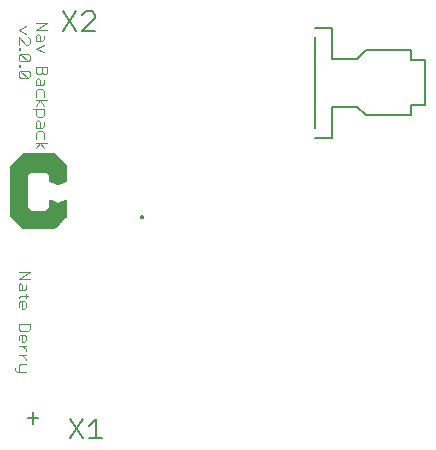
<source format=gto>
G75*
G70*
%OFA0B0*%
%FSLAX24Y24*%
%IPPOS*%
%LPD*%
%AMOC8*
5,1,8,0,0,1.08239X$1,22.5*
%
%ADD10C,0.0060*%
%ADD11C,0.0030*%
%ADD12C,0.0050*%
%ADD13C,0.0080*%
%ADD14C,0.0004*%
D10*
X005604Y004410D02*
X006031Y005050D01*
X006248Y004837D02*
X006462Y005050D01*
X006462Y004410D01*
X006675Y004410D02*
X006248Y004410D01*
X006031Y004410D02*
X005604Y005050D01*
X005805Y018001D02*
X005378Y018641D01*
X005805Y018641D02*
X005378Y018001D01*
X006022Y018001D02*
X006449Y018428D01*
X006449Y018535D01*
X006343Y018641D01*
X006129Y018641D01*
X006022Y018535D01*
X006022Y018001D02*
X006449Y018001D01*
D11*
X004857Y018015D02*
X004486Y018015D01*
X004857Y018262D01*
X004486Y018262D01*
X004143Y018144D02*
X003896Y018021D01*
X004143Y017897D01*
X004205Y017776D02*
X004266Y017714D01*
X004266Y017591D01*
X004205Y017529D01*
X004143Y017529D01*
X003896Y017776D01*
X003896Y017529D01*
X003896Y017407D02*
X003896Y017346D01*
X003958Y017346D01*
X003958Y017407D01*
X003896Y017407D01*
X003958Y017223D02*
X004205Y016976D01*
X003958Y016976D01*
X003896Y017038D01*
X003896Y017162D01*
X003958Y017223D01*
X004205Y017223D01*
X004266Y017162D01*
X004266Y017038D01*
X004205Y016976D01*
X003958Y016855D02*
X003958Y016793D01*
X003896Y016793D01*
X003896Y016855D01*
X003958Y016855D01*
X003958Y016671D02*
X004205Y016424D01*
X003958Y016424D01*
X003896Y016486D01*
X003896Y016609D01*
X003958Y016671D01*
X004205Y016671D01*
X004266Y016609D01*
X004266Y016486D01*
X004205Y016424D01*
X004486Y016359D02*
X004486Y016174D01*
X004672Y016174D01*
X004733Y016235D01*
X004733Y016359D01*
X004610Y016359D02*
X004610Y016174D01*
X004672Y016052D02*
X004548Y016052D01*
X004486Y015991D01*
X004486Y015805D01*
X004486Y015684D02*
X004857Y015684D01*
X004733Y015805D02*
X004733Y015991D01*
X004672Y016052D01*
X004610Y016359D02*
X004548Y016421D01*
X004486Y016359D01*
X004548Y016542D02*
X004486Y016604D01*
X004486Y016789D01*
X004857Y016789D01*
X004857Y016604D01*
X004795Y016542D01*
X004733Y016542D01*
X004672Y016604D01*
X004672Y016789D01*
X004672Y016604D02*
X004610Y016542D01*
X004548Y016542D01*
X004733Y017279D02*
X004486Y017402D01*
X004733Y017526D01*
X004672Y017647D02*
X004486Y017647D01*
X004486Y017832D01*
X004548Y017894D01*
X004610Y017832D01*
X004610Y017647D01*
X004672Y017647D02*
X004733Y017709D01*
X004733Y017832D01*
X004610Y015684D02*
X004733Y015499D01*
X004733Y015377D02*
X004733Y015192D01*
X004672Y015130D01*
X004548Y015130D01*
X004486Y015192D01*
X004486Y015377D01*
X004486Y015499D02*
X004610Y015684D01*
X004733Y015377D02*
X004363Y015377D01*
X004548Y015009D02*
X004610Y014947D01*
X004610Y014762D01*
X004672Y014762D02*
X004486Y014762D01*
X004486Y014947D01*
X004548Y015009D01*
X004733Y014947D02*
X004733Y014824D01*
X004672Y014762D01*
X004672Y014641D02*
X004548Y014641D01*
X004486Y014579D01*
X004486Y014394D01*
X004486Y014272D02*
X004857Y014272D01*
X004733Y014394D02*
X004733Y014579D01*
X004672Y014641D01*
X004610Y014272D02*
X004733Y014087D01*
X004610Y014272D02*
X004486Y014087D01*
X004266Y009955D02*
X003896Y009955D01*
X003896Y009708D02*
X004266Y009708D01*
X004143Y009525D02*
X004143Y009402D01*
X004081Y009340D01*
X003896Y009340D01*
X003896Y009525D01*
X003958Y009587D01*
X004019Y009525D01*
X004019Y009340D01*
X004143Y009218D02*
X004143Y009095D01*
X004205Y009157D02*
X003958Y009157D01*
X003896Y009095D01*
X003958Y008973D02*
X004081Y008973D01*
X004143Y008911D01*
X004143Y008788D01*
X004081Y008726D01*
X004019Y008726D01*
X004019Y008973D01*
X003958Y008973D02*
X003896Y008911D01*
X003896Y008788D01*
X003896Y008236D02*
X003896Y008051D01*
X003958Y007989D01*
X004205Y007989D01*
X004266Y008051D01*
X004266Y008236D01*
X003896Y008236D01*
X003958Y007868D02*
X004081Y007868D01*
X004143Y007806D01*
X004143Y007683D01*
X004081Y007621D01*
X004019Y007621D01*
X004019Y007868D01*
X003958Y007868D02*
X003896Y007806D01*
X003896Y007683D01*
X003896Y007500D02*
X004143Y007500D01*
X004019Y007500D02*
X004143Y007376D01*
X004143Y007315D01*
X004143Y007193D02*
X003896Y007193D01*
X004019Y007193D02*
X004143Y007069D01*
X004143Y007008D01*
X004143Y006886D02*
X003958Y006886D01*
X003896Y006824D01*
X003896Y006639D01*
X003834Y006639D02*
X003773Y006701D01*
X003773Y006763D01*
X003834Y006639D02*
X004143Y006639D01*
X003896Y009708D02*
X004266Y009955D01*
D12*
X004369Y005293D02*
X004369Y004899D01*
X004212Y005096D02*
X004527Y005096D01*
X007976Y011781D02*
X007978Y011793D01*
X007983Y011804D01*
X007992Y011813D01*
X008003Y011818D01*
X008015Y011820D01*
X008027Y011818D01*
X008038Y011813D01*
X008047Y011804D01*
X008052Y011793D01*
X008054Y011781D01*
X008052Y011769D01*
X008047Y011758D01*
X008038Y011749D01*
X008027Y011744D01*
X008015Y011742D01*
X008003Y011744D01*
X007992Y011749D01*
X007983Y011758D01*
X007978Y011769D01*
X007976Y011781D01*
D13*
X013767Y014427D02*
X014338Y014427D01*
X014338Y015470D01*
X015184Y015470D01*
X015479Y015175D01*
X016975Y015175D01*
X016975Y015509D01*
X017438Y015509D01*
X017438Y017006D01*
X016975Y017006D01*
X016975Y017340D01*
X015479Y017340D01*
X015184Y017045D01*
X014338Y017045D01*
X014338Y018088D01*
X013767Y018088D01*
X013767Y017773D02*
X013767Y014742D01*
D14*
X005475Y013494D02*
X005475Y013002D01*
X005200Y012883D01*
X004924Y013002D01*
X004924Y013198D01*
X004826Y013297D01*
X004275Y013297D01*
X004176Y013198D01*
X004176Y012096D01*
X004275Y011998D01*
X004806Y011998D01*
X004924Y012116D01*
X004924Y012372D01*
X005200Y012254D01*
X005475Y012254D01*
X005475Y012256D02*
X005206Y012256D01*
X005200Y012254D02*
X005475Y012372D01*
X005475Y011820D01*
X003626Y011820D01*
X003625Y011820D02*
X004038Y011407D01*
X005062Y011407D01*
X005475Y011820D01*
X005475Y011822D02*
X003625Y011822D01*
X003625Y011820D02*
X003625Y013494D01*
X005475Y013494D01*
X005062Y013907D01*
X004038Y013907D01*
X003625Y013494D01*
X003625Y013491D02*
X005475Y013491D01*
X005475Y013489D02*
X003625Y013489D01*
X003625Y013486D02*
X005475Y013486D01*
X005475Y013484D02*
X003625Y013484D01*
X003625Y013482D02*
X005475Y013482D01*
X005475Y013479D02*
X003625Y013479D01*
X003625Y013477D02*
X005475Y013477D01*
X005475Y013474D02*
X003625Y013474D01*
X003625Y013472D02*
X005475Y013472D01*
X005475Y013469D02*
X003625Y013469D01*
X003625Y013467D02*
X005475Y013467D01*
X005475Y013464D02*
X003625Y013464D01*
X003625Y013462D02*
X005475Y013462D01*
X005475Y013459D02*
X003625Y013459D01*
X003625Y013457D02*
X005475Y013457D01*
X005475Y013454D02*
X003625Y013454D01*
X003625Y013452D02*
X005475Y013452D01*
X005475Y013449D02*
X003625Y013449D01*
X003625Y013447D02*
X005475Y013447D01*
X005475Y013444D02*
X003625Y013444D01*
X003625Y013442D02*
X005475Y013442D01*
X005475Y013439D02*
X003625Y013439D01*
X003625Y013437D02*
X005475Y013437D01*
X005475Y013434D02*
X003625Y013434D01*
X003625Y013432D02*
X005475Y013432D01*
X005475Y013429D02*
X003625Y013429D01*
X003625Y013427D02*
X005475Y013427D01*
X005475Y013424D02*
X003625Y013424D01*
X003625Y013422D02*
X005475Y013422D01*
X005475Y013420D02*
X003625Y013420D01*
X003625Y013417D02*
X005475Y013417D01*
X005475Y013415D02*
X003625Y013415D01*
X003625Y013412D02*
X005475Y013412D01*
X005475Y013410D02*
X003625Y013410D01*
X003625Y013407D02*
X005475Y013407D01*
X005475Y013405D02*
X003625Y013405D01*
X003625Y013402D02*
X005475Y013402D01*
X005475Y013400D02*
X003625Y013400D01*
X003625Y013397D02*
X005475Y013397D01*
X005475Y013395D02*
X003625Y013395D01*
X003625Y013392D02*
X005475Y013392D01*
X005475Y013390D02*
X003625Y013390D01*
X003625Y013387D02*
X005475Y013387D01*
X005475Y013385D02*
X003625Y013385D01*
X003625Y013382D02*
X005475Y013382D01*
X005475Y013380D02*
X003625Y013380D01*
X003625Y013377D02*
X005475Y013377D01*
X005475Y013375D02*
X003625Y013375D01*
X003625Y013372D02*
X005475Y013372D01*
X005475Y013370D02*
X003625Y013370D01*
X003625Y013367D02*
X005475Y013367D01*
X005475Y013365D02*
X003625Y013365D01*
X003625Y013362D02*
X005475Y013362D01*
X005475Y013360D02*
X003625Y013360D01*
X003625Y013358D02*
X005475Y013358D01*
X005475Y013355D02*
X003625Y013355D01*
X003625Y013353D02*
X005475Y013353D01*
X005475Y013350D02*
X003625Y013350D01*
X003625Y013348D02*
X005475Y013348D01*
X005475Y013345D02*
X003625Y013345D01*
X003625Y013343D02*
X005475Y013343D01*
X005475Y013340D02*
X003625Y013340D01*
X003625Y013338D02*
X005475Y013338D01*
X005475Y013335D02*
X003625Y013335D01*
X003625Y013333D02*
X005475Y013333D01*
X005475Y013330D02*
X003625Y013330D01*
X003625Y013328D02*
X005475Y013328D01*
X005475Y013325D02*
X003625Y013325D01*
X003625Y013323D02*
X005475Y013323D01*
X005475Y013320D02*
X003625Y013320D01*
X003625Y013318D02*
X005475Y013318D01*
X005475Y013315D02*
X003625Y013315D01*
X003625Y013313D02*
X005475Y013313D01*
X005475Y013310D02*
X003625Y013310D01*
X003625Y013308D02*
X005475Y013308D01*
X005475Y013305D02*
X003625Y013305D01*
X003625Y013303D02*
X005475Y013303D01*
X005475Y013300D02*
X003625Y013300D01*
X003625Y013298D02*
X005475Y013298D01*
X005475Y013296D02*
X004827Y013296D01*
X004830Y013293D02*
X005475Y013293D01*
X005475Y013291D02*
X004832Y013291D01*
X004835Y013288D02*
X005475Y013288D01*
X005475Y013286D02*
X004837Y013286D01*
X004840Y013283D02*
X005475Y013283D01*
X005475Y013281D02*
X004842Y013281D01*
X004845Y013278D02*
X005475Y013278D01*
X005475Y013276D02*
X004847Y013276D01*
X004849Y013273D02*
X005475Y013273D01*
X005475Y013271D02*
X004852Y013271D01*
X004854Y013268D02*
X005475Y013268D01*
X005475Y013266D02*
X004857Y013266D01*
X004859Y013263D02*
X005475Y013263D01*
X005475Y013261D02*
X004862Y013261D01*
X004864Y013258D02*
X005475Y013258D01*
X005475Y013256D02*
X004867Y013256D01*
X004869Y013253D02*
X005475Y013253D01*
X005475Y013251D02*
X004872Y013251D01*
X004874Y013248D02*
X005475Y013248D01*
X005475Y013246D02*
X004877Y013246D01*
X004879Y013243D02*
X005475Y013243D01*
X005475Y013241D02*
X004882Y013241D01*
X004884Y013238D02*
X005475Y013238D01*
X005475Y013236D02*
X004887Y013236D01*
X004889Y013234D02*
X005475Y013234D01*
X005475Y013231D02*
X004892Y013231D01*
X004894Y013229D02*
X005475Y013229D01*
X005475Y013226D02*
X004897Y013226D01*
X004899Y013224D02*
X005475Y013224D01*
X005475Y013221D02*
X004902Y013221D01*
X004904Y013219D02*
X005475Y013219D01*
X005475Y013216D02*
X004907Y013216D01*
X004909Y013214D02*
X005475Y013214D01*
X005475Y013211D02*
X004911Y013211D01*
X004914Y013209D02*
X005475Y013209D01*
X005475Y013206D02*
X004916Y013206D01*
X004919Y013204D02*
X005475Y013204D01*
X005475Y013201D02*
X004921Y013201D01*
X004924Y013199D02*
X005475Y013199D01*
X005475Y013196D02*
X004924Y013196D01*
X004924Y013194D02*
X005475Y013194D01*
X005475Y013191D02*
X004924Y013191D01*
X004924Y013189D02*
X005475Y013189D01*
X005475Y013186D02*
X004924Y013186D01*
X004924Y013184D02*
X005475Y013184D01*
X005475Y013181D02*
X004924Y013181D01*
X004924Y013179D02*
X005475Y013179D01*
X005475Y013176D02*
X004924Y013176D01*
X004924Y013174D02*
X005475Y013174D01*
X005475Y013171D02*
X004924Y013171D01*
X004924Y013169D02*
X005475Y013169D01*
X005475Y013167D02*
X004924Y013167D01*
X004924Y013164D02*
X005475Y013164D01*
X005475Y013162D02*
X004924Y013162D01*
X004924Y013159D02*
X005475Y013159D01*
X005475Y013157D02*
X004924Y013157D01*
X004924Y013154D02*
X005475Y013154D01*
X005475Y013152D02*
X004924Y013152D01*
X004924Y013149D02*
X005475Y013149D01*
X005475Y013147D02*
X004924Y013147D01*
X004924Y013144D02*
X005475Y013144D01*
X005475Y013142D02*
X004924Y013142D01*
X004924Y013139D02*
X005475Y013139D01*
X005475Y013137D02*
X004924Y013137D01*
X004924Y013134D02*
X005475Y013134D01*
X005475Y013132D02*
X004924Y013132D01*
X004924Y013129D02*
X005475Y013129D01*
X005475Y013127D02*
X004924Y013127D01*
X004924Y013124D02*
X005475Y013124D01*
X005475Y013122D02*
X004924Y013122D01*
X004924Y013119D02*
X005475Y013119D01*
X005475Y013117D02*
X004924Y013117D01*
X004924Y013114D02*
X005475Y013114D01*
X005475Y013112D02*
X004924Y013112D01*
X004924Y013109D02*
X005475Y013109D01*
X005475Y013107D02*
X004924Y013107D01*
X004924Y013105D02*
X005475Y013105D01*
X005475Y013102D02*
X004924Y013102D01*
X004924Y013100D02*
X005475Y013100D01*
X005475Y013097D02*
X004924Y013097D01*
X004924Y013095D02*
X005475Y013095D01*
X005475Y013092D02*
X004924Y013092D01*
X004924Y013090D02*
X005475Y013090D01*
X005475Y013087D02*
X004924Y013087D01*
X004924Y013085D02*
X005475Y013085D01*
X005475Y013082D02*
X004924Y013082D01*
X004924Y013080D02*
X005475Y013080D01*
X005475Y013077D02*
X004924Y013077D01*
X004924Y013075D02*
X005475Y013075D01*
X005475Y013072D02*
X004924Y013072D01*
X004924Y013070D02*
X005475Y013070D01*
X005475Y013067D02*
X004924Y013067D01*
X004924Y013065D02*
X005475Y013065D01*
X005475Y013062D02*
X004924Y013062D01*
X004924Y013060D02*
X005475Y013060D01*
X005475Y013057D02*
X004924Y013057D01*
X004924Y013055D02*
X005475Y013055D01*
X005475Y013052D02*
X004924Y013052D01*
X004924Y013050D02*
X005475Y013050D01*
X005475Y013047D02*
X004924Y013047D01*
X004924Y013045D02*
X005475Y013045D01*
X005475Y013043D02*
X004924Y013043D01*
X004924Y013040D02*
X005475Y013040D01*
X005475Y013038D02*
X004924Y013038D01*
X004924Y013035D02*
X005475Y013035D01*
X005475Y013033D02*
X004924Y013033D01*
X004924Y013030D02*
X005475Y013030D01*
X005475Y013028D02*
X004924Y013028D01*
X004924Y013025D02*
X005475Y013025D01*
X005475Y013023D02*
X004924Y013023D01*
X004924Y013020D02*
X005475Y013020D01*
X005475Y013018D02*
X004924Y013018D01*
X004924Y013015D02*
X005475Y013015D01*
X005475Y013013D02*
X004924Y013013D01*
X004924Y013010D02*
X005475Y013010D01*
X005475Y013008D02*
X004924Y013008D01*
X004924Y013005D02*
X005475Y013005D01*
X005475Y013003D02*
X004924Y013003D01*
X004927Y013000D02*
X005473Y013000D01*
X005467Y012998D02*
X004933Y012998D01*
X004939Y012995D02*
X005461Y012995D01*
X005455Y012993D02*
X004944Y012993D01*
X004950Y012990D02*
X005449Y012990D01*
X005444Y012988D02*
X004956Y012988D01*
X004962Y012985D02*
X005438Y012985D01*
X005432Y012983D02*
X004968Y012983D01*
X004973Y012981D02*
X005426Y012981D01*
X005420Y012978D02*
X004979Y012978D01*
X004985Y012976D02*
X005415Y012976D01*
X005409Y012973D02*
X004991Y012973D01*
X004997Y012971D02*
X005403Y012971D01*
X005397Y012968D02*
X005002Y012968D01*
X005008Y012966D02*
X005392Y012966D01*
X005386Y012963D02*
X005014Y012963D01*
X005020Y012961D02*
X005380Y012961D01*
X005374Y012958D02*
X005025Y012958D01*
X005031Y012956D02*
X005368Y012956D01*
X005363Y012953D02*
X005037Y012953D01*
X005043Y012951D02*
X005357Y012951D01*
X005351Y012948D02*
X005049Y012948D01*
X005054Y012946D02*
X005345Y012946D01*
X005339Y012943D02*
X005060Y012943D01*
X005066Y012941D02*
X005334Y012941D01*
X005328Y012938D02*
X005072Y012938D01*
X005078Y012936D02*
X005322Y012936D01*
X005316Y012933D02*
X005083Y012933D01*
X005089Y012931D02*
X005311Y012931D01*
X005305Y012928D02*
X005095Y012928D01*
X005101Y012926D02*
X005299Y012926D01*
X005293Y012923D02*
X005106Y012923D01*
X005112Y012921D02*
X005287Y012921D01*
X005282Y012919D02*
X005118Y012919D01*
X005124Y012916D02*
X005276Y012916D01*
X005270Y012914D02*
X005130Y012914D01*
X005135Y012911D02*
X005264Y012911D01*
X005258Y012909D02*
X005141Y012909D01*
X005147Y012906D02*
X005253Y012906D01*
X005247Y012904D02*
X005153Y012904D01*
X005159Y012901D02*
X005241Y012901D01*
X005235Y012899D02*
X005164Y012899D01*
X005170Y012896D02*
X005229Y012896D01*
X005224Y012894D02*
X005176Y012894D01*
X005182Y012891D02*
X005218Y012891D01*
X005212Y012889D02*
X005188Y012889D01*
X005193Y012886D02*
X005206Y012886D01*
X005201Y012884D02*
X005199Y012884D01*
X004968Y012353D02*
X004924Y012353D01*
X004924Y012355D02*
X004962Y012355D01*
X004956Y012358D02*
X004924Y012358D01*
X004924Y012360D02*
X004950Y012360D01*
X004945Y012363D02*
X004924Y012363D01*
X004924Y012365D02*
X004939Y012365D01*
X004933Y012368D02*
X004924Y012368D01*
X004924Y012370D02*
X004927Y012370D01*
X004924Y012351D02*
X004974Y012351D01*
X004979Y012348D02*
X004924Y012348D01*
X004924Y012346D02*
X004985Y012346D01*
X004991Y012343D02*
X004924Y012343D01*
X004924Y012341D02*
X004997Y012341D01*
X005003Y012338D02*
X004924Y012338D01*
X004924Y012336D02*
X005008Y012336D01*
X005014Y012333D02*
X004924Y012333D01*
X004924Y012331D02*
X005020Y012331D01*
X005026Y012328D02*
X004924Y012328D01*
X004924Y012326D02*
X005031Y012326D01*
X005037Y012323D02*
X004924Y012323D01*
X004924Y012321D02*
X005043Y012321D01*
X005049Y012318D02*
X004924Y012318D01*
X004924Y012316D02*
X005055Y012316D01*
X005060Y012313D02*
X004924Y012313D01*
X004924Y012311D02*
X005066Y012311D01*
X005072Y012308D02*
X004924Y012308D01*
X004924Y012306D02*
X005078Y012306D01*
X005084Y012303D02*
X004924Y012303D01*
X004924Y012301D02*
X005089Y012301D01*
X005095Y012298D02*
X004924Y012298D01*
X004924Y012296D02*
X005101Y012296D01*
X005107Y012293D02*
X004924Y012293D01*
X004924Y012291D02*
X005112Y012291D01*
X005118Y012289D02*
X004924Y012289D01*
X004924Y012286D02*
X005124Y012286D01*
X005130Y012284D02*
X004924Y012284D01*
X004924Y012281D02*
X005136Y012281D01*
X005141Y012279D02*
X004924Y012279D01*
X004924Y012276D02*
X005147Y012276D01*
X005153Y012274D02*
X004924Y012274D01*
X004924Y012271D02*
X005159Y012271D01*
X005165Y012269D02*
X004924Y012269D01*
X004924Y012266D02*
X005170Y012266D01*
X005176Y012264D02*
X004924Y012264D01*
X004924Y012261D02*
X005182Y012261D01*
X005188Y012259D02*
X004924Y012259D01*
X004924Y012256D02*
X005194Y012256D01*
X005199Y012254D02*
X004924Y012254D01*
X004924Y012251D02*
X005475Y012251D01*
X005475Y012249D02*
X004924Y012249D01*
X004924Y012246D02*
X005475Y012246D01*
X005475Y012244D02*
X004924Y012244D01*
X004924Y012241D02*
X005475Y012241D01*
X005475Y012239D02*
X004924Y012239D01*
X004924Y012236D02*
X005475Y012236D01*
X005475Y012234D02*
X004924Y012234D01*
X004924Y012231D02*
X005475Y012231D01*
X005475Y012229D02*
X004924Y012229D01*
X004924Y012226D02*
X005475Y012226D01*
X005475Y012224D02*
X004924Y012224D01*
X004924Y012222D02*
X005475Y012222D01*
X005475Y012219D02*
X004924Y012219D01*
X004924Y012217D02*
X005475Y012217D01*
X005475Y012214D02*
X004924Y012214D01*
X004924Y012212D02*
X005475Y012212D01*
X005475Y012209D02*
X004924Y012209D01*
X004924Y012207D02*
X005475Y012207D01*
X005475Y012204D02*
X004924Y012204D01*
X004924Y012202D02*
X005475Y012202D01*
X005475Y012199D02*
X004924Y012199D01*
X004924Y012197D02*
X005475Y012197D01*
X005475Y012194D02*
X004924Y012194D01*
X004924Y012192D02*
X005475Y012192D01*
X005475Y012189D02*
X004924Y012189D01*
X004924Y012187D02*
X005475Y012187D01*
X005475Y012184D02*
X004924Y012184D01*
X004924Y012182D02*
X005475Y012182D01*
X005475Y012179D02*
X004924Y012179D01*
X004924Y012177D02*
X005475Y012177D01*
X005475Y012174D02*
X004924Y012174D01*
X004924Y012172D02*
X005475Y012172D01*
X005475Y012169D02*
X004924Y012169D01*
X004924Y012167D02*
X005475Y012167D01*
X005475Y012164D02*
X004924Y012164D01*
X004924Y012162D02*
X005475Y012162D01*
X005475Y012160D02*
X004924Y012160D01*
X004924Y012157D02*
X005475Y012157D01*
X005475Y012155D02*
X004924Y012155D01*
X004924Y012152D02*
X005475Y012152D01*
X005475Y012150D02*
X004924Y012150D01*
X004924Y012147D02*
X005475Y012147D01*
X005475Y012145D02*
X004924Y012145D01*
X004924Y012142D02*
X005475Y012142D01*
X005475Y012140D02*
X004924Y012140D01*
X004924Y012137D02*
X005475Y012137D01*
X005475Y012135D02*
X004924Y012135D01*
X004924Y012132D02*
X005475Y012132D01*
X005475Y012130D02*
X004924Y012130D01*
X004924Y012127D02*
X005475Y012127D01*
X005475Y012125D02*
X004924Y012125D01*
X004924Y012122D02*
X005475Y012122D01*
X005475Y012120D02*
X004924Y012120D01*
X004924Y012117D02*
X005475Y012117D01*
X005475Y012115D02*
X004923Y012115D01*
X004921Y012112D02*
X005475Y012112D01*
X005475Y012110D02*
X004918Y012110D01*
X004916Y012107D02*
X005475Y012107D01*
X005475Y012105D02*
X004913Y012105D01*
X004911Y012102D02*
X005475Y012102D01*
X005475Y012100D02*
X004909Y012100D01*
X004906Y012098D02*
X005475Y012098D01*
X005475Y012095D02*
X004904Y012095D01*
X004901Y012093D02*
X005475Y012093D01*
X005475Y012090D02*
X004899Y012090D01*
X004896Y012088D02*
X005475Y012088D01*
X005475Y012085D02*
X004894Y012085D01*
X004891Y012083D02*
X005475Y012083D01*
X005475Y012080D02*
X004889Y012080D01*
X004886Y012078D02*
X005475Y012078D01*
X005475Y012075D02*
X004884Y012075D01*
X004881Y012073D02*
X005475Y012073D01*
X005475Y012070D02*
X004879Y012070D01*
X004876Y012068D02*
X005475Y012068D01*
X005475Y012065D02*
X004874Y012065D01*
X004871Y012063D02*
X005475Y012063D01*
X005475Y012060D02*
X004869Y012060D01*
X004866Y012058D02*
X005475Y012058D01*
X005475Y012055D02*
X004864Y012055D01*
X004861Y012053D02*
X005475Y012053D01*
X005475Y012050D02*
X004859Y012050D01*
X004856Y012048D02*
X005475Y012048D01*
X005475Y012045D02*
X004854Y012045D01*
X004851Y012043D02*
X005475Y012043D01*
X005475Y012040D02*
X004849Y012040D01*
X004846Y012038D02*
X005475Y012038D01*
X005475Y012036D02*
X004844Y012036D01*
X004842Y012033D02*
X005475Y012033D01*
X005475Y012031D02*
X004839Y012031D01*
X004837Y012028D02*
X005475Y012028D01*
X005475Y012026D02*
X004834Y012026D01*
X004832Y012023D02*
X005475Y012023D01*
X005475Y012021D02*
X004829Y012021D01*
X004827Y012018D02*
X005475Y012018D01*
X005475Y012016D02*
X004824Y012016D01*
X004822Y012013D02*
X005475Y012013D01*
X005475Y012011D02*
X004819Y012011D01*
X004817Y012008D02*
X005475Y012008D01*
X005475Y012006D02*
X004814Y012006D01*
X004812Y012003D02*
X005475Y012003D01*
X005475Y012001D02*
X004809Y012001D01*
X004807Y011998D02*
X005475Y011998D01*
X005475Y011996D02*
X003625Y011996D01*
X003625Y011998D02*
X004274Y011998D01*
X004271Y012001D02*
X003625Y012001D01*
X003625Y012003D02*
X004269Y012003D01*
X004267Y012006D02*
X003625Y012006D01*
X003625Y012008D02*
X004264Y012008D01*
X004262Y012011D02*
X003625Y012011D01*
X003625Y012013D02*
X004259Y012013D01*
X004257Y012016D02*
X003625Y012016D01*
X003625Y012018D02*
X004254Y012018D01*
X004252Y012021D02*
X003625Y012021D01*
X003625Y012023D02*
X004249Y012023D01*
X004247Y012026D02*
X003625Y012026D01*
X003625Y012028D02*
X004244Y012028D01*
X004242Y012031D02*
X003625Y012031D01*
X003625Y012033D02*
X004239Y012033D01*
X004237Y012036D02*
X003625Y012036D01*
X003625Y012038D02*
X004234Y012038D01*
X004232Y012040D02*
X003625Y012040D01*
X003625Y012043D02*
X004229Y012043D01*
X004227Y012045D02*
X003625Y012045D01*
X003625Y012048D02*
X004224Y012048D01*
X004222Y012050D02*
X003625Y012050D01*
X003625Y012053D02*
X004219Y012053D01*
X004217Y012055D02*
X003625Y012055D01*
X003625Y012058D02*
X004214Y012058D01*
X004212Y012060D02*
X003625Y012060D01*
X003625Y012063D02*
X004209Y012063D01*
X004207Y012065D02*
X003625Y012065D01*
X003625Y012068D02*
X004205Y012068D01*
X004202Y012070D02*
X003625Y012070D01*
X003625Y012073D02*
X004200Y012073D01*
X004197Y012075D02*
X003625Y012075D01*
X003625Y012078D02*
X004195Y012078D01*
X004192Y012080D02*
X003625Y012080D01*
X003625Y012083D02*
X004190Y012083D01*
X004187Y012085D02*
X003625Y012085D01*
X003625Y012088D02*
X004185Y012088D01*
X004182Y012090D02*
X003625Y012090D01*
X003625Y012093D02*
X004180Y012093D01*
X004177Y012095D02*
X003625Y012095D01*
X003625Y012098D02*
X004176Y012098D01*
X004176Y012100D02*
X003625Y012100D01*
X003625Y012102D02*
X004176Y012102D01*
X004176Y012105D02*
X003625Y012105D01*
X003625Y012107D02*
X004176Y012107D01*
X004176Y012110D02*
X003625Y012110D01*
X003625Y012112D02*
X004176Y012112D01*
X004176Y012115D02*
X003625Y012115D01*
X003625Y012117D02*
X004176Y012117D01*
X004176Y012120D02*
X003625Y012120D01*
X003625Y012122D02*
X004176Y012122D01*
X004176Y012125D02*
X003625Y012125D01*
X003625Y012127D02*
X004176Y012127D01*
X004176Y012130D02*
X003625Y012130D01*
X003625Y012132D02*
X004176Y012132D01*
X004176Y012135D02*
X003625Y012135D01*
X003625Y012137D02*
X004176Y012137D01*
X004176Y012140D02*
X003625Y012140D01*
X003625Y012142D02*
X004176Y012142D01*
X004176Y012145D02*
X003625Y012145D01*
X003625Y012147D02*
X004176Y012147D01*
X004176Y012150D02*
X003625Y012150D01*
X003625Y012152D02*
X004176Y012152D01*
X004176Y012155D02*
X003625Y012155D01*
X003625Y012157D02*
X004176Y012157D01*
X004176Y012160D02*
X003625Y012160D01*
X003625Y012162D02*
X004176Y012162D01*
X004176Y012164D02*
X003625Y012164D01*
X003625Y012167D02*
X004176Y012167D01*
X004176Y012169D02*
X003625Y012169D01*
X003625Y012172D02*
X004176Y012172D01*
X004176Y012174D02*
X003625Y012174D01*
X003625Y012177D02*
X004176Y012177D01*
X004176Y012179D02*
X003625Y012179D01*
X003625Y012182D02*
X004176Y012182D01*
X004176Y012184D02*
X003625Y012184D01*
X003625Y012187D02*
X004176Y012187D01*
X004176Y012189D02*
X003625Y012189D01*
X003625Y012192D02*
X004176Y012192D01*
X004176Y012194D02*
X003625Y012194D01*
X003625Y012197D02*
X004176Y012197D01*
X004176Y012199D02*
X003625Y012199D01*
X003625Y012202D02*
X004176Y012202D01*
X004176Y012204D02*
X003625Y012204D01*
X003625Y012207D02*
X004176Y012207D01*
X004176Y012209D02*
X003625Y012209D01*
X003625Y012212D02*
X004176Y012212D01*
X004176Y012214D02*
X003625Y012214D01*
X003625Y012217D02*
X004176Y012217D01*
X004176Y012219D02*
X003625Y012219D01*
X003625Y012222D02*
X004176Y012222D01*
X004176Y012224D02*
X003625Y012224D01*
X003625Y012226D02*
X004176Y012226D01*
X004176Y012229D02*
X003625Y012229D01*
X003625Y012231D02*
X004176Y012231D01*
X004176Y012234D02*
X003625Y012234D01*
X003625Y012236D02*
X004176Y012236D01*
X004176Y012239D02*
X003625Y012239D01*
X003625Y012241D02*
X004176Y012241D01*
X004176Y012244D02*
X003625Y012244D01*
X003625Y012246D02*
X004176Y012246D01*
X004176Y012249D02*
X003625Y012249D01*
X003625Y012251D02*
X004176Y012251D01*
X004176Y012254D02*
X003625Y012254D01*
X003625Y012256D02*
X004176Y012256D01*
X004176Y012259D02*
X003625Y012259D01*
X003625Y012261D02*
X004176Y012261D01*
X004176Y012264D02*
X003625Y012264D01*
X003625Y012266D02*
X004176Y012266D01*
X004176Y012269D02*
X003625Y012269D01*
X003625Y012271D02*
X004176Y012271D01*
X004176Y012274D02*
X003625Y012274D01*
X003625Y012276D02*
X004176Y012276D01*
X004176Y012279D02*
X003625Y012279D01*
X003625Y012281D02*
X004176Y012281D01*
X004176Y012284D02*
X003625Y012284D01*
X003625Y012286D02*
X004176Y012286D01*
X004176Y012289D02*
X003625Y012289D01*
X003625Y012291D02*
X004176Y012291D01*
X004176Y012293D02*
X003625Y012293D01*
X003625Y012296D02*
X004176Y012296D01*
X004176Y012298D02*
X003625Y012298D01*
X003625Y012301D02*
X004176Y012301D01*
X004176Y012303D02*
X003625Y012303D01*
X003625Y012306D02*
X004176Y012306D01*
X004176Y012308D02*
X003625Y012308D01*
X003625Y012311D02*
X004176Y012311D01*
X004176Y012313D02*
X003625Y012313D01*
X003625Y012316D02*
X004176Y012316D01*
X004176Y012318D02*
X003625Y012318D01*
X003625Y012321D02*
X004176Y012321D01*
X004176Y012323D02*
X003625Y012323D01*
X003625Y012326D02*
X004176Y012326D01*
X004176Y012328D02*
X003625Y012328D01*
X003625Y012331D02*
X004176Y012331D01*
X004176Y012333D02*
X003625Y012333D01*
X003625Y012336D02*
X004176Y012336D01*
X004176Y012338D02*
X003625Y012338D01*
X003625Y012341D02*
X004176Y012341D01*
X004176Y012343D02*
X003625Y012343D01*
X003625Y012346D02*
X004176Y012346D01*
X004176Y012348D02*
X003625Y012348D01*
X003625Y012351D02*
X004176Y012351D01*
X004176Y012353D02*
X003625Y012353D01*
X003625Y012355D02*
X004176Y012355D01*
X004176Y012358D02*
X003625Y012358D01*
X003625Y012360D02*
X004176Y012360D01*
X004176Y012363D02*
X003625Y012363D01*
X003625Y012365D02*
X004176Y012365D01*
X004176Y012368D02*
X003625Y012368D01*
X003625Y012370D02*
X004176Y012370D01*
X004176Y012373D02*
X003625Y012373D01*
X003625Y012375D02*
X004176Y012375D01*
X004176Y012378D02*
X003625Y012378D01*
X003625Y012380D02*
X004176Y012380D01*
X004176Y012383D02*
X003625Y012383D01*
X003625Y012385D02*
X004176Y012385D01*
X004176Y012388D02*
X003625Y012388D01*
X003625Y012390D02*
X004176Y012390D01*
X004176Y012393D02*
X003625Y012393D01*
X003625Y012395D02*
X004176Y012395D01*
X004176Y012398D02*
X003625Y012398D01*
X003625Y012400D02*
X004176Y012400D01*
X004176Y012403D02*
X003625Y012403D01*
X003625Y012405D02*
X004176Y012405D01*
X004176Y012408D02*
X003625Y012408D01*
X003625Y012410D02*
X004176Y012410D01*
X004176Y012413D02*
X003625Y012413D01*
X003625Y012415D02*
X004176Y012415D01*
X004176Y012417D02*
X003625Y012417D01*
X003625Y012420D02*
X004176Y012420D01*
X004176Y012422D02*
X003625Y012422D01*
X003625Y012425D02*
X004176Y012425D01*
X004176Y012427D02*
X003625Y012427D01*
X003625Y012430D02*
X004176Y012430D01*
X004176Y012432D02*
X003625Y012432D01*
X003625Y012435D02*
X004176Y012435D01*
X004176Y012437D02*
X003625Y012437D01*
X003625Y012440D02*
X004176Y012440D01*
X004176Y012442D02*
X003625Y012442D01*
X003625Y012445D02*
X004176Y012445D01*
X004176Y012447D02*
X003625Y012447D01*
X003625Y012450D02*
X004176Y012450D01*
X004176Y012452D02*
X003625Y012452D01*
X003625Y012455D02*
X004176Y012455D01*
X004176Y012457D02*
X003625Y012457D01*
X003625Y012460D02*
X004176Y012460D01*
X004176Y012462D02*
X003625Y012462D01*
X003625Y012465D02*
X004176Y012465D01*
X004176Y012467D02*
X003625Y012467D01*
X003625Y012470D02*
X004176Y012470D01*
X004176Y012472D02*
X003625Y012472D01*
X003625Y012475D02*
X004176Y012475D01*
X004176Y012477D02*
X003625Y012477D01*
X003625Y012479D02*
X004176Y012479D01*
X004176Y012482D02*
X003625Y012482D01*
X003625Y012484D02*
X004176Y012484D01*
X004176Y012487D02*
X003625Y012487D01*
X003625Y012489D02*
X004176Y012489D01*
X004176Y012492D02*
X003625Y012492D01*
X003625Y012494D02*
X004176Y012494D01*
X004176Y012497D02*
X003625Y012497D01*
X003625Y012499D02*
X004176Y012499D01*
X004176Y012502D02*
X003625Y012502D01*
X003625Y012504D02*
X004176Y012504D01*
X004176Y012507D02*
X003625Y012507D01*
X003625Y012509D02*
X004176Y012509D01*
X004176Y012512D02*
X003625Y012512D01*
X003625Y012514D02*
X004176Y012514D01*
X004176Y012517D02*
X003625Y012517D01*
X003625Y012519D02*
X004176Y012519D01*
X004176Y012522D02*
X003625Y012522D01*
X003625Y012524D02*
X004176Y012524D01*
X004176Y012527D02*
X003625Y012527D01*
X003625Y012529D02*
X004176Y012529D01*
X004176Y012532D02*
X003625Y012532D01*
X003625Y012534D02*
X004176Y012534D01*
X004176Y012537D02*
X003625Y012537D01*
X003625Y012539D02*
X004176Y012539D01*
X004176Y012541D02*
X003625Y012541D01*
X003625Y012544D02*
X004176Y012544D01*
X004176Y012546D02*
X003625Y012546D01*
X003625Y012549D02*
X004176Y012549D01*
X004176Y012551D02*
X003625Y012551D01*
X003625Y012554D02*
X004176Y012554D01*
X004176Y012556D02*
X003625Y012556D01*
X003625Y012559D02*
X004176Y012559D01*
X004176Y012561D02*
X003625Y012561D01*
X003625Y012564D02*
X004176Y012564D01*
X004176Y012566D02*
X003625Y012566D01*
X003625Y012569D02*
X004176Y012569D01*
X004176Y012571D02*
X003625Y012571D01*
X003625Y012574D02*
X004176Y012574D01*
X004176Y012576D02*
X003625Y012576D01*
X003625Y012579D02*
X004176Y012579D01*
X004176Y012581D02*
X003625Y012581D01*
X003625Y012584D02*
X004176Y012584D01*
X004176Y012586D02*
X003625Y012586D01*
X003625Y012589D02*
X004176Y012589D01*
X004176Y012591D02*
X003625Y012591D01*
X003625Y012594D02*
X004176Y012594D01*
X004176Y012596D02*
X003625Y012596D01*
X003625Y012599D02*
X004176Y012599D01*
X004176Y012601D02*
X003625Y012601D01*
X003625Y012604D02*
X004176Y012604D01*
X004176Y012606D02*
X003625Y012606D01*
X003625Y012608D02*
X004176Y012608D01*
X004176Y012611D02*
X003625Y012611D01*
X003625Y012613D02*
X004176Y012613D01*
X004176Y012616D02*
X003625Y012616D01*
X003625Y012618D02*
X004176Y012618D01*
X004176Y012621D02*
X003625Y012621D01*
X003625Y012623D02*
X004176Y012623D01*
X004176Y012626D02*
X003625Y012626D01*
X003625Y012628D02*
X004176Y012628D01*
X004176Y012631D02*
X003625Y012631D01*
X003625Y012633D02*
X004176Y012633D01*
X004176Y012636D02*
X003625Y012636D01*
X003625Y012638D02*
X004176Y012638D01*
X004176Y012641D02*
X003625Y012641D01*
X003625Y012643D02*
X004176Y012643D01*
X004176Y012646D02*
X003625Y012646D01*
X003625Y012648D02*
X004176Y012648D01*
X004176Y012651D02*
X003625Y012651D01*
X003625Y012653D02*
X004176Y012653D01*
X004176Y012656D02*
X003625Y012656D01*
X003625Y012658D02*
X004176Y012658D01*
X004176Y012661D02*
X003625Y012661D01*
X003625Y012663D02*
X004176Y012663D01*
X004176Y012666D02*
X003625Y012666D01*
X003625Y012668D02*
X004176Y012668D01*
X004176Y012670D02*
X003625Y012670D01*
X003625Y012673D02*
X004176Y012673D01*
X004176Y012675D02*
X003625Y012675D01*
X003625Y012678D02*
X004176Y012678D01*
X004176Y012680D02*
X003625Y012680D01*
X003625Y012683D02*
X004176Y012683D01*
X004176Y012685D02*
X003625Y012685D01*
X003625Y012688D02*
X004176Y012688D01*
X004176Y012690D02*
X003625Y012690D01*
X003625Y012693D02*
X004176Y012693D01*
X004176Y012695D02*
X003625Y012695D01*
X003625Y012698D02*
X004176Y012698D01*
X004176Y012700D02*
X003625Y012700D01*
X003625Y012703D02*
X004176Y012703D01*
X004176Y012705D02*
X003625Y012705D01*
X003625Y012708D02*
X004176Y012708D01*
X004176Y012710D02*
X003625Y012710D01*
X003625Y012713D02*
X004176Y012713D01*
X004176Y012715D02*
X003625Y012715D01*
X003625Y012718D02*
X004176Y012718D01*
X004176Y012720D02*
X003625Y012720D01*
X003625Y012723D02*
X004176Y012723D01*
X004176Y012725D02*
X003625Y012725D01*
X003625Y012728D02*
X004176Y012728D01*
X004176Y012730D02*
X003625Y012730D01*
X003625Y012732D02*
X004176Y012732D01*
X004176Y012735D02*
X003625Y012735D01*
X003625Y012737D02*
X004176Y012737D01*
X004176Y012740D02*
X003625Y012740D01*
X003625Y012742D02*
X004176Y012742D01*
X004176Y012745D02*
X003625Y012745D01*
X003625Y012747D02*
X004176Y012747D01*
X004176Y012750D02*
X003625Y012750D01*
X003625Y012752D02*
X004176Y012752D01*
X004176Y012755D02*
X003625Y012755D01*
X003625Y012757D02*
X004176Y012757D01*
X004176Y012760D02*
X003625Y012760D01*
X003625Y012762D02*
X004176Y012762D01*
X004176Y012765D02*
X003625Y012765D01*
X003625Y012767D02*
X004176Y012767D01*
X004176Y012770D02*
X003625Y012770D01*
X003625Y012772D02*
X004176Y012772D01*
X004176Y012775D02*
X003625Y012775D01*
X003625Y012777D02*
X004176Y012777D01*
X004176Y012780D02*
X003625Y012780D01*
X003625Y012782D02*
X004176Y012782D01*
X004176Y012785D02*
X003625Y012785D01*
X003625Y012787D02*
X004176Y012787D01*
X004176Y012790D02*
X003625Y012790D01*
X003625Y012792D02*
X004176Y012792D01*
X004176Y012794D02*
X003625Y012794D01*
X003625Y012797D02*
X004176Y012797D01*
X004176Y012799D02*
X003625Y012799D01*
X003625Y012802D02*
X004176Y012802D01*
X004176Y012804D02*
X003625Y012804D01*
X003625Y012807D02*
X004176Y012807D01*
X004176Y012809D02*
X003625Y012809D01*
X003625Y012812D02*
X004176Y012812D01*
X004176Y012814D02*
X003625Y012814D01*
X003625Y012817D02*
X004176Y012817D01*
X004176Y012819D02*
X003625Y012819D01*
X003625Y012822D02*
X004176Y012822D01*
X004176Y012824D02*
X003625Y012824D01*
X003625Y012827D02*
X004176Y012827D01*
X004176Y012829D02*
X003625Y012829D01*
X003625Y012832D02*
X004176Y012832D01*
X004176Y012834D02*
X003625Y012834D01*
X003625Y012837D02*
X004176Y012837D01*
X004176Y012839D02*
X003625Y012839D01*
X003625Y012842D02*
X004176Y012842D01*
X004176Y012844D02*
X003625Y012844D01*
X003625Y012847D02*
X004176Y012847D01*
X004176Y012849D02*
X003625Y012849D01*
X003625Y012852D02*
X004176Y012852D01*
X004176Y012854D02*
X003625Y012854D01*
X003625Y012856D02*
X004176Y012856D01*
X004176Y012859D02*
X003625Y012859D01*
X003625Y012861D02*
X004176Y012861D01*
X004176Y012864D02*
X003625Y012864D01*
X003625Y012866D02*
X004176Y012866D01*
X004176Y012869D02*
X003625Y012869D01*
X003625Y012871D02*
X004176Y012871D01*
X004176Y012874D02*
X003625Y012874D01*
X003625Y012876D02*
X004176Y012876D01*
X004176Y012879D02*
X003625Y012879D01*
X003625Y012881D02*
X004176Y012881D01*
X004176Y012884D02*
X003625Y012884D01*
X003625Y012886D02*
X004176Y012886D01*
X004176Y012889D02*
X003625Y012889D01*
X003625Y012891D02*
X004176Y012891D01*
X004176Y012894D02*
X003625Y012894D01*
X003625Y012896D02*
X004176Y012896D01*
X004176Y012899D02*
X003625Y012899D01*
X003625Y012901D02*
X004176Y012901D01*
X004176Y012904D02*
X003625Y012904D01*
X003625Y012906D02*
X004176Y012906D01*
X004176Y012909D02*
X003625Y012909D01*
X003625Y012911D02*
X004176Y012911D01*
X004176Y012914D02*
X003625Y012914D01*
X003625Y012916D02*
X004176Y012916D01*
X004176Y012919D02*
X003625Y012919D01*
X003625Y012921D02*
X004176Y012921D01*
X004176Y012923D02*
X003625Y012923D01*
X003625Y012926D02*
X004176Y012926D01*
X004176Y012928D02*
X003625Y012928D01*
X003625Y012931D02*
X004176Y012931D01*
X004176Y012933D02*
X003625Y012933D01*
X003625Y012936D02*
X004176Y012936D01*
X004176Y012938D02*
X003625Y012938D01*
X003625Y012941D02*
X004176Y012941D01*
X004176Y012943D02*
X003625Y012943D01*
X003625Y012946D02*
X004176Y012946D01*
X004176Y012948D02*
X003625Y012948D01*
X003625Y012951D02*
X004176Y012951D01*
X004176Y012953D02*
X003625Y012953D01*
X003625Y012956D02*
X004176Y012956D01*
X004176Y012958D02*
X003625Y012958D01*
X003625Y012961D02*
X004176Y012961D01*
X004176Y012963D02*
X003625Y012963D01*
X003625Y012966D02*
X004176Y012966D01*
X004176Y012968D02*
X003625Y012968D01*
X003625Y012971D02*
X004176Y012971D01*
X004176Y012973D02*
X003625Y012973D01*
X003625Y012976D02*
X004176Y012976D01*
X004176Y012978D02*
X003625Y012978D01*
X003625Y012981D02*
X004176Y012981D01*
X004176Y012983D02*
X003625Y012983D01*
X003625Y012985D02*
X004176Y012985D01*
X004176Y012988D02*
X003625Y012988D01*
X003625Y012990D02*
X004176Y012990D01*
X004176Y012993D02*
X003625Y012993D01*
X003625Y012995D02*
X004176Y012995D01*
X004176Y012998D02*
X003625Y012998D01*
X003625Y013000D02*
X004176Y013000D01*
X004176Y013003D02*
X003625Y013003D01*
X003625Y013005D02*
X004176Y013005D01*
X004176Y013008D02*
X003625Y013008D01*
X003625Y013010D02*
X004176Y013010D01*
X004176Y013013D02*
X003625Y013013D01*
X003625Y013015D02*
X004176Y013015D01*
X004176Y013018D02*
X003625Y013018D01*
X003625Y013020D02*
X004176Y013020D01*
X004176Y013023D02*
X003625Y013023D01*
X003625Y013025D02*
X004176Y013025D01*
X004176Y013028D02*
X003625Y013028D01*
X003625Y013030D02*
X004176Y013030D01*
X004176Y013033D02*
X003625Y013033D01*
X003625Y013035D02*
X004176Y013035D01*
X004176Y013038D02*
X003625Y013038D01*
X003625Y013040D02*
X004176Y013040D01*
X004176Y013043D02*
X003625Y013043D01*
X003625Y013045D02*
X004176Y013045D01*
X004176Y013047D02*
X003625Y013047D01*
X003625Y013050D02*
X004176Y013050D01*
X004176Y013052D02*
X003625Y013052D01*
X003625Y013055D02*
X004176Y013055D01*
X004176Y013057D02*
X003625Y013057D01*
X003625Y013060D02*
X004176Y013060D01*
X004176Y013062D02*
X003625Y013062D01*
X003625Y013065D02*
X004176Y013065D01*
X004176Y013067D02*
X003625Y013067D01*
X003625Y013070D02*
X004176Y013070D01*
X004176Y013072D02*
X003625Y013072D01*
X003625Y013075D02*
X004176Y013075D01*
X004176Y013077D02*
X003625Y013077D01*
X003625Y013080D02*
X004176Y013080D01*
X004176Y013082D02*
X003625Y013082D01*
X003625Y013085D02*
X004176Y013085D01*
X004176Y013087D02*
X003625Y013087D01*
X003625Y013090D02*
X004176Y013090D01*
X004176Y013092D02*
X003625Y013092D01*
X003625Y013095D02*
X004176Y013095D01*
X004176Y013097D02*
X003625Y013097D01*
X003625Y013100D02*
X004176Y013100D01*
X004176Y013102D02*
X003625Y013102D01*
X003625Y013105D02*
X004176Y013105D01*
X004176Y013107D02*
X003625Y013107D01*
X003625Y013109D02*
X004176Y013109D01*
X004176Y013112D02*
X003625Y013112D01*
X003625Y013114D02*
X004176Y013114D01*
X004176Y013117D02*
X003625Y013117D01*
X003625Y013119D02*
X004176Y013119D01*
X004176Y013122D02*
X003625Y013122D01*
X003625Y013124D02*
X004176Y013124D01*
X004176Y013127D02*
X003625Y013127D01*
X003625Y013129D02*
X004176Y013129D01*
X004176Y013132D02*
X003625Y013132D01*
X003625Y013134D02*
X004176Y013134D01*
X004176Y013137D02*
X003625Y013137D01*
X003625Y013139D02*
X004176Y013139D01*
X004176Y013142D02*
X003625Y013142D01*
X003625Y013144D02*
X004176Y013144D01*
X004176Y013147D02*
X003625Y013147D01*
X003625Y013149D02*
X004176Y013149D01*
X004176Y013152D02*
X003625Y013152D01*
X003625Y013154D02*
X004176Y013154D01*
X004176Y013157D02*
X003625Y013157D01*
X003625Y013159D02*
X004176Y013159D01*
X004176Y013162D02*
X003625Y013162D01*
X003625Y013164D02*
X004176Y013164D01*
X004176Y013167D02*
X003625Y013167D01*
X003625Y013169D02*
X004176Y013169D01*
X004176Y013171D02*
X003625Y013171D01*
X003625Y013174D02*
X004176Y013174D01*
X004176Y013176D02*
X003625Y013176D01*
X003625Y013179D02*
X004176Y013179D01*
X004176Y013181D02*
X003625Y013181D01*
X003625Y013184D02*
X004176Y013184D01*
X004176Y013186D02*
X003625Y013186D01*
X003625Y013189D02*
X004176Y013189D01*
X004176Y013191D02*
X003625Y013191D01*
X003625Y013194D02*
X004176Y013194D01*
X004176Y013196D02*
X003625Y013196D01*
X003625Y013199D02*
X004177Y013199D01*
X004179Y013201D02*
X003625Y013201D01*
X003625Y013204D02*
X004182Y013204D01*
X004184Y013206D02*
X003625Y013206D01*
X003625Y013209D02*
X004186Y013209D01*
X004189Y013211D02*
X003625Y013211D01*
X003625Y013214D02*
X004191Y013214D01*
X004194Y013216D02*
X003625Y013216D01*
X003625Y013219D02*
X004196Y013219D01*
X004199Y013221D02*
X003625Y013221D01*
X003625Y013224D02*
X004201Y013224D01*
X004204Y013226D02*
X003625Y013226D01*
X003625Y013229D02*
X004206Y013229D01*
X004209Y013231D02*
X003625Y013231D01*
X003625Y013234D02*
X004211Y013234D01*
X004214Y013236D02*
X003625Y013236D01*
X003625Y013238D02*
X004216Y013238D01*
X004219Y013241D02*
X003625Y013241D01*
X003625Y013243D02*
X004221Y013243D01*
X004224Y013246D02*
X003625Y013246D01*
X003625Y013248D02*
X004226Y013248D01*
X004229Y013251D02*
X003625Y013251D01*
X003625Y013253D02*
X004231Y013253D01*
X004234Y013256D02*
X003625Y013256D01*
X003625Y013258D02*
X004236Y013258D01*
X004239Y013261D02*
X003625Y013261D01*
X003625Y013263D02*
X004241Y013263D01*
X004244Y013266D02*
X003625Y013266D01*
X003625Y013268D02*
X004246Y013268D01*
X004249Y013271D02*
X003625Y013271D01*
X003625Y013273D02*
X004251Y013273D01*
X004253Y013276D02*
X003625Y013276D01*
X003625Y013278D02*
X004256Y013278D01*
X004258Y013281D02*
X003625Y013281D01*
X003625Y013283D02*
X004261Y013283D01*
X004263Y013286D02*
X003625Y013286D01*
X003625Y013288D02*
X004266Y013288D01*
X004268Y013291D02*
X003625Y013291D01*
X003625Y013293D02*
X004271Y013293D01*
X004273Y013296D02*
X003625Y013296D01*
X003628Y013496D02*
X005473Y013496D01*
X005470Y013499D02*
X003630Y013499D01*
X003633Y013501D02*
X005468Y013501D01*
X005465Y013504D02*
X003635Y013504D01*
X003638Y013506D02*
X005463Y013506D01*
X005460Y013509D02*
X003640Y013509D01*
X003643Y013511D02*
X005458Y013511D01*
X005455Y013514D02*
X003645Y013514D01*
X003648Y013516D02*
X005453Y013516D01*
X005450Y013519D02*
X003650Y013519D01*
X003653Y013521D02*
X005448Y013521D01*
X005445Y013524D02*
X003655Y013524D01*
X003658Y013526D02*
X005443Y013526D01*
X005440Y013529D02*
X003660Y013529D01*
X003662Y013531D02*
X005438Y013531D01*
X005436Y013534D02*
X003665Y013534D01*
X003667Y013536D02*
X005433Y013536D01*
X005431Y013539D02*
X003670Y013539D01*
X003672Y013541D02*
X005428Y013541D01*
X005426Y013544D02*
X003675Y013544D01*
X003677Y013546D02*
X005423Y013546D01*
X005421Y013549D02*
X003680Y013549D01*
X003682Y013551D02*
X005418Y013551D01*
X005416Y013553D02*
X003685Y013553D01*
X003687Y013556D02*
X005413Y013556D01*
X005411Y013558D02*
X003690Y013558D01*
X003692Y013561D02*
X005408Y013561D01*
X005406Y013563D02*
X003695Y013563D01*
X003697Y013566D02*
X005403Y013566D01*
X005401Y013568D02*
X003700Y013568D01*
X003702Y013571D02*
X005398Y013571D01*
X005396Y013573D02*
X003705Y013573D01*
X003707Y013576D02*
X005393Y013576D01*
X005391Y013578D02*
X003710Y013578D01*
X003712Y013581D02*
X005388Y013581D01*
X005386Y013583D02*
X003715Y013583D01*
X003717Y013586D02*
X005383Y013586D01*
X005381Y013588D02*
X003720Y013588D01*
X003722Y013591D02*
X005378Y013591D01*
X005376Y013593D02*
X003724Y013593D01*
X003727Y013596D02*
X005374Y013596D01*
X005371Y013598D02*
X003729Y013598D01*
X003732Y013601D02*
X005369Y013601D01*
X005366Y013603D02*
X003734Y013603D01*
X003737Y013606D02*
X005364Y013606D01*
X005361Y013608D02*
X003739Y013608D01*
X003742Y013611D02*
X005359Y013611D01*
X005356Y013613D02*
X003744Y013613D01*
X003747Y013615D02*
X005354Y013615D01*
X005351Y013618D02*
X003749Y013618D01*
X003752Y013620D02*
X005349Y013620D01*
X005346Y013623D02*
X003754Y013623D01*
X003757Y013625D02*
X005344Y013625D01*
X005341Y013628D02*
X003759Y013628D01*
X003762Y013630D02*
X005339Y013630D01*
X005336Y013633D02*
X003764Y013633D01*
X003767Y013635D02*
X005334Y013635D01*
X005331Y013638D02*
X003769Y013638D01*
X003772Y013640D02*
X005329Y013640D01*
X005326Y013643D02*
X003774Y013643D01*
X003777Y013645D02*
X005324Y013645D01*
X005321Y013648D02*
X003779Y013648D01*
X003782Y013650D02*
X005319Y013650D01*
X005316Y013653D02*
X003784Y013653D01*
X003786Y013655D02*
X005314Y013655D01*
X005311Y013658D02*
X003789Y013658D01*
X003791Y013660D02*
X005309Y013660D01*
X005307Y013663D02*
X003794Y013663D01*
X003796Y013665D02*
X005304Y013665D01*
X005302Y013668D02*
X003799Y013668D01*
X003801Y013670D02*
X005299Y013670D01*
X005297Y013673D02*
X003804Y013673D01*
X003806Y013675D02*
X005294Y013675D01*
X005292Y013677D02*
X003809Y013677D01*
X003811Y013680D02*
X005289Y013680D01*
X005287Y013682D02*
X003814Y013682D01*
X003816Y013685D02*
X005284Y013685D01*
X005282Y013687D02*
X003819Y013687D01*
X003821Y013690D02*
X005279Y013690D01*
X005277Y013692D02*
X003824Y013692D01*
X003826Y013695D02*
X005274Y013695D01*
X005272Y013697D02*
X003829Y013697D01*
X003831Y013700D02*
X005269Y013700D01*
X005267Y013702D02*
X003834Y013702D01*
X003836Y013705D02*
X005264Y013705D01*
X005262Y013707D02*
X003839Y013707D01*
X003841Y013710D02*
X005259Y013710D01*
X005257Y013712D02*
X003844Y013712D01*
X003846Y013715D02*
X005254Y013715D01*
X005252Y013717D02*
X003849Y013717D01*
X003851Y013720D02*
X005249Y013720D01*
X005247Y013722D02*
X003853Y013722D01*
X003856Y013725D02*
X005245Y013725D01*
X005242Y013727D02*
X003858Y013727D01*
X003861Y013730D02*
X005240Y013730D01*
X005237Y013732D02*
X003863Y013732D01*
X003866Y013735D02*
X005235Y013735D01*
X005232Y013737D02*
X003868Y013737D01*
X003871Y013739D02*
X005230Y013739D01*
X005227Y013742D02*
X003873Y013742D01*
X003876Y013744D02*
X005225Y013744D01*
X005222Y013747D02*
X003878Y013747D01*
X003881Y013749D02*
X005220Y013749D01*
X005217Y013752D02*
X003883Y013752D01*
X003886Y013754D02*
X005215Y013754D01*
X005212Y013757D02*
X003888Y013757D01*
X003891Y013759D02*
X005210Y013759D01*
X005207Y013762D02*
X003893Y013762D01*
X003896Y013764D02*
X005205Y013764D01*
X005202Y013767D02*
X003898Y013767D01*
X003901Y013769D02*
X005200Y013769D01*
X005197Y013772D02*
X003903Y013772D01*
X003906Y013774D02*
X005195Y013774D01*
X005192Y013777D02*
X003908Y013777D01*
X003911Y013779D02*
X005190Y013779D01*
X005187Y013782D02*
X003913Y013782D01*
X003915Y013784D02*
X005185Y013784D01*
X005183Y013787D02*
X003918Y013787D01*
X003920Y013789D02*
X005180Y013789D01*
X005178Y013792D02*
X003923Y013792D01*
X003925Y013794D02*
X005175Y013794D01*
X005173Y013797D02*
X003928Y013797D01*
X003930Y013799D02*
X005170Y013799D01*
X005168Y013801D02*
X003933Y013801D01*
X003935Y013804D02*
X005165Y013804D01*
X005163Y013806D02*
X003938Y013806D01*
X003940Y013809D02*
X005160Y013809D01*
X005158Y013811D02*
X003943Y013811D01*
X003945Y013814D02*
X005155Y013814D01*
X005153Y013816D02*
X003948Y013816D01*
X003950Y013819D02*
X005150Y013819D01*
X005148Y013821D02*
X003953Y013821D01*
X003955Y013824D02*
X005145Y013824D01*
X005143Y013826D02*
X003958Y013826D01*
X003960Y013829D02*
X005140Y013829D01*
X005138Y013831D02*
X003963Y013831D01*
X003965Y013834D02*
X005135Y013834D01*
X005133Y013836D02*
X003968Y013836D01*
X003970Y013839D02*
X005130Y013839D01*
X005128Y013841D02*
X003973Y013841D01*
X003975Y013844D02*
X005125Y013844D01*
X005123Y013846D02*
X003977Y013846D01*
X003980Y013849D02*
X005121Y013849D01*
X005118Y013851D02*
X003982Y013851D01*
X003985Y013854D02*
X005116Y013854D01*
X005113Y013856D02*
X003987Y013856D01*
X003990Y013859D02*
X005111Y013859D01*
X005108Y013861D02*
X003992Y013861D01*
X003995Y013864D02*
X005106Y013864D01*
X005103Y013866D02*
X003997Y013866D01*
X004000Y013868D02*
X005101Y013868D01*
X005098Y013871D02*
X004002Y013871D01*
X004005Y013873D02*
X005096Y013873D01*
X005093Y013876D02*
X004007Y013876D01*
X004010Y013878D02*
X005091Y013878D01*
X005088Y013881D02*
X004012Y013881D01*
X004015Y013883D02*
X005086Y013883D01*
X005083Y013886D02*
X004017Y013886D01*
X004020Y013888D02*
X005081Y013888D01*
X005078Y013891D02*
X004022Y013891D01*
X004025Y013893D02*
X005076Y013893D01*
X005073Y013896D02*
X004027Y013896D01*
X004030Y013898D02*
X005071Y013898D01*
X005068Y013901D02*
X004032Y013901D01*
X004035Y013903D02*
X005066Y013903D01*
X005063Y013906D02*
X004037Y013906D01*
X005212Y012259D02*
X005475Y012259D01*
X005475Y012261D02*
X005218Y012261D01*
X005224Y012264D02*
X005475Y012264D01*
X005475Y012266D02*
X005229Y012266D01*
X005235Y012269D02*
X005475Y012269D01*
X005475Y012271D02*
X005241Y012271D01*
X005247Y012274D02*
X005475Y012274D01*
X005475Y012276D02*
X005252Y012276D01*
X005258Y012279D02*
X005475Y012279D01*
X005475Y012281D02*
X005264Y012281D01*
X005270Y012284D02*
X005475Y012284D01*
X005475Y012286D02*
X005276Y012286D01*
X005281Y012289D02*
X005475Y012289D01*
X005475Y012291D02*
X005287Y012291D01*
X005293Y012293D02*
X005475Y012293D01*
X005475Y012296D02*
X005299Y012296D01*
X005305Y012298D02*
X005475Y012298D01*
X005475Y012301D02*
X005310Y012301D01*
X005316Y012303D02*
X005475Y012303D01*
X005475Y012306D02*
X005322Y012306D01*
X005328Y012308D02*
X005475Y012308D01*
X005475Y012311D02*
X005334Y012311D01*
X005339Y012313D02*
X005475Y012313D01*
X005475Y012316D02*
X005345Y012316D01*
X005351Y012318D02*
X005475Y012318D01*
X005475Y012321D02*
X005357Y012321D01*
X005362Y012323D02*
X005475Y012323D01*
X005475Y012326D02*
X005368Y012326D01*
X005374Y012328D02*
X005475Y012328D01*
X005475Y012331D02*
X005380Y012331D01*
X005386Y012333D02*
X005475Y012333D01*
X005475Y012336D02*
X005391Y012336D01*
X005397Y012338D02*
X005475Y012338D01*
X005475Y012341D02*
X005403Y012341D01*
X005409Y012343D02*
X005475Y012343D01*
X005475Y012346D02*
X005415Y012346D01*
X005420Y012348D02*
X005475Y012348D01*
X005475Y012351D02*
X005426Y012351D01*
X005432Y012353D02*
X005475Y012353D01*
X005475Y012355D02*
X005438Y012355D01*
X005443Y012358D02*
X005475Y012358D01*
X005475Y012360D02*
X005449Y012360D01*
X005455Y012363D02*
X005475Y012363D01*
X005475Y012365D02*
X005461Y012365D01*
X005467Y012368D02*
X005475Y012368D01*
X005475Y012370D02*
X005472Y012370D01*
X005475Y011993D02*
X003625Y011993D01*
X003625Y011991D02*
X005475Y011991D01*
X005475Y011988D02*
X003625Y011988D01*
X003625Y011986D02*
X005475Y011986D01*
X005475Y011983D02*
X003625Y011983D01*
X003625Y011981D02*
X005475Y011981D01*
X005475Y011978D02*
X003625Y011978D01*
X003625Y011976D02*
X005475Y011976D01*
X005475Y011974D02*
X003625Y011974D01*
X003625Y011971D02*
X005475Y011971D01*
X005475Y011969D02*
X003625Y011969D01*
X003625Y011966D02*
X005475Y011966D01*
X005475Y011964D02*
X003625Y011964D01*
X003625Y011961D02*
X005475Y011961D01*
X005475Y011959D02*
X003625Y011959D01*
X003625Y011956D02*
X005475Y011956D01*
X005475Y011954D02*
X003625Y011954D01*
X003625Y011951D02*
X005475Y011951D01*
X005475Y011949D02*
X003625Y011949D01*
X003625Y011946D02*
X005475Y011946D01*
X005475Y011944D02*
X003625Y011944D01*
X003625Y011941D02*
X005475Y011941D01*
X005475Y011939D02*
X003625Y011939D01*
X003625Y011936D02*
X005475Y011936D01*
X005475Y011934D02*
X003625Y011934D01*
X003625Y011931D02*
X005475Y011931D01*
X005475Y011929D02*
X003625Y011929D01*
X003625Y011926D02*
X005475Y011926D01*
X005475Y011924D02*
X003625Y011924D01*
X003625Y011921D02*
X005475Y011921D01*
X005475Y011919D02*
X003625Y011919D01*
X003625Y011916D02*
X005475Y011916D01*
X005475Y011914D02*
X003625Y011914D01*
X003625Y011911D02*
X005475Y011911D01*
X005475Y011909D02*
X003625Y011909D01*
X003625Y011907D02*
X005475Y011907D01*
X005475Y011904D02*
X003625Y011904D01*
X003625Y011902D02*
X005475Y011902D01*
X005475Y011899D02*
X003625Y011899D01*
X003625Y011897D02*
X005475Y011897D01*
X005475Y011894D02*
X003625Y011894D01*
X003625Y011892D02*
X005475Y011892D01*
X005475Y011889D02*
X003625Y011889D01*
X003625Y011887D02*
X005475Y011887D01*
X005475Y011884D02*
X003625Y011884D01*
X003625Y011882D02*
X005475Y011882D01*
X005475Y011879D02*
X003625Y011879D01*
X003625Y011877D02*
X005475Y011877D01*
X005475Y011874D02*
X003625Y011874D01*
X003625Y011872D02*
X005475Y011872D01*
X005475Y011869D02*
X003625Y011869D01*
X003625Y011867D02*
X005475Y011867D01*
X005475Y011864D02*
X003625Y011864D01*
X003625Y011862D02*
X005475Y011862D01*
X005475Y011859D02*
X003625Y011859D01*
X003625Y011857D02*
X005475Y011857D01*
X005475Y011854D02*
X003625Y011854D01*
X003625Y011852D02*
X005475Y011852D01*
X005475Y011849D02*
X003625Y011849D01*
X003625Y011847D02*
X005475Y011847D01*
X005475Y011845D02*
X003625Y011845D01*
X003625Y011842D02*
X005475Y011842D01*
X005475Y011840D02*
X003625Y011840D01*
X003625Y011837D02*
X005475Y011837D01*
X005475Y011835D02*
X003625Y011835D01*
X003625Y011832D02*
X005475Y011832D01*
X005475Y011830D02*
X003625Y011830D01*
X003625Y011827D02*
X005475Y011827D01*
X005475Y011825D02*
X003625Y011825D01*
X003628Y011817D02*
X005472Y011817D01*
X005470Y011815D02*
X003631Y011815D01*
X003633Y011812D02*
X005467Y011812D01*
X005465Y011810D02*
X003636Y011810D01*
X003638Y011807D02*
X005462Y011807D01*
X005460Y011805D02*
X003641Y011805D01*
X003643Y011802D02*
X005457Y011802D01*
X005455Y011800D02*
X003646Y011800D01*
X003648Y011797D02*
X005452Y011797D01*
X005450Y011795D02*
X003651Y011795D01*
X003653Y011792D02*
X005447Y011792D01*
X005445Y011790D02*
X003656Y011790D01*
X003658Y011787D02*
X005442Y011787D01*
X005440Y011785D02*
X003661Y011785D01*
X003663Y011783D02*
X005437Y011783D01*
X005435Y011780D02*
X003665Y011780D01*
X003668Y011778D02*
X005433Y011778D01*
X005430Y011775D02*
X003670Y011775D01*
X003673Y011773D02*
X005428Y011773D01*
X005425Y011770D02*
X003675Y011770D01*
X003678Y011768D02*
X005423Y011768D01*
X005420Y011765D02*
X003680Y011765D01*
X003683Y011763D02*
X005418Y011763D01*
X005415Y011760D02*
X003685Y011760D01*
X003688Y011758D02*
X005413Y011758D01*
X005410Y011755D02*
X003690Y011755D01*
X003693Y011753D02*
X005408Y011753D01*
X005405Y011750D02*
X003695Y011750D01*
X003698Y011748D02*
X005403Y011748D01*
X005400Y011745D02*
X003700Y011745D01*
X003703Y011743D02*
X005398Y011743D01*
X005395Y011740D02*
X003705Y011740D01*
X003708Y011738D02*
X005393Y011738D01*
X005390Y011735D02*
X003710Y011735D01*
X003713Y011733D02*
X005388Y011733D01*
X005385Y011730D02*
X003715Y011730D01*
X003718Y011728D02*
X005383Y011728D01*
X005380Y011725D02*
X003720Y011725D01*
X003723Y011723D02*
X005378Y011723D01*
X005375Y011721D02*
X003725Y011721D01*
X003727Y011718D02*
X005373Y011718D01*
X005371Y011716D02*
X003730Y011716D01*
X003732Y011713D02*
X005368Y011713D01*
X005366Y011711D02*
X003735Y011711D01*
X003737Y011708D02*
X005363Y011708D01*
X005361Y011706D02*
X003740Y011706D01*
X003742Y011703D02*
X005358Y011703D01*
X005356Y011701D02*
X003745Y011701D01*
X003747Y011698D02*
X005353Y011698D01*
X005351Y011696D02*
X003750Y011696D01*
X003752Y011693D02*
X005348Y011693D01*
X005346Y011691D02*
X003755Y011691D01*
X003757Y011688D02*
X005343Y011688D01*
X005341Y011686D02*
X003760Y011686D01*
X003762Y011683D02*
X005338Y011683D01*
X005336Y011681D02*
X003765Y011681D01*
X003767Y011678D02*
X005333Y011678D01*
X005331Y011676D02*
X003770Y011676D01*
X003772Y011673D02*
X005328Y011673D01*
X005326Y011671D02*
X003775Y011671D01*
X003777Y011668D02*
X005323Y011668D01*
X005321Y011666D02*
X003780Y011666D01*
X003782Y011663D02*
X005318Y011663D01*
X005316Y011661D02*
X003785Y011661D01*
X003787Y011659D02*
X005313Y011659D01*
X005311Y011656D02*
X003789Y011656D01*
X003792Y011654D02*
X005309Y011654D01*
X005306Y011651D02*
X003794Y011651D01*
X003797Y011649D02*
X005304Y011649D01*
X005301Y011646D02*
X003799Y011646D01*
X003802Y011644D02*
X005299Y011644D01*
X005296Y011641D02*
X003804Y011641D01*
X003807Y011639D02*
X005294Y011639D01*
X005291Y011636D02*
X003809Y011636D01*
X003812Y011634D02*
X005289Y011634D01*
X005286Y011631D02*
X003814Y011631D01*
X003817Y011629D02*
X005284Y011629D01*
X005281Y011626D02*
X003819Y011626D01*
X003822Y011624D02*
X005279Y011624D01*
X005276Y011621D02*
X003824Y011621D01*
X003827Y011619D02*
X005274Y011619D01*
X005271Y011616D02*
X003829Y011616D01*
X003832Y011614D02*
X005269Y011614D01*
X005266Y011611D02*
X003834Y011611D01*
X003837Y011609D02*
X005264Y011609D01*
X005261Y011606D02*
X003839Y011606D01*
X003842Y011604D02*
X005259Y011604D01*
X005256Y011601D02*
X003844Y011601D01*
X003847Y011599D02*
X005254Y011599D01*
X005251Y011596D02*
X003849Y011596D01*
X003851Y011594D02*
X005249Y011594D01*
X005246Y011592D02*
X003854Y011592D01*
X003856Y011589D02*
X005244Y011589D01*
X005242Y011587D02*
X003859Y011587D01*
X003861Y011584D02*
X005239Y011584D01*
X005237Y011582D02*
X003864Y011582D01*
X003866Y011579D02*
X005234Y011579D01*
X005232Y011577D02*
X003869Y011577D01*
X003871Y011574D02*
X005229Y011574D01*
X005227Y011572D02*
X003874Y011572D01*
X003876Y011569D02*
X005224Y011569D01*
X005222Y011567D02*
X003879Y011567D01*
X003881Y011564D02*
X005219Y011564D01*
X005217Y011562D02*
X003884Y011562D01*
X003886Y011559D02*
X005214Y011559D01*
X005212Y011557D02*
X003889Y011557D01*
X003891Y011554D02*
X005209Y011554D01*
X005207Y011552D02*
X003894Y011552D01*
X003896Y011549D02*
X005204Y011549D01*
X005202Y011547D02*
X003899Y011547D01*
X003901Y011544D02*
X005199Y011544D01*
X005197Y011542D02*
X003904Y011542D01*
X003906Y011539D02*
X005194Y011539D01*
X005192Y011537D02*
X003909Y011537D01*
X003911Y011534D02*
X005189Y011534D01*
X005187Y011532D02*
X003914Y011532D01*
X003916Y011530D02*
X005184Y011530D01*
X005182Y011527D02*
X003918Y011527D01*
X003921Y011525D02*
X005180Y011525D01*
X005177Y011522D02*
X003923Y011522D01*
X003926Y011520D02*
X005175Y011520D01*
X005172Y011517D02*
X003928Y011517D01*
X003931Y011515D02*
X005170Y011515D01*
X005167Y011512D02*
X003933Y011512D01*
X003936Y011510D02*
X005165Y011510D01*
X005162Y011507D02*
X003938Y011507D01*
X003941Y011505D02*
X005160Y011505D01*
X005157Y011502D02*
X003943Y011502D01*
X003946Y011500D02*
X005155Y011500D01*
X005152Y011497D02*
X003948Y011497D01*
X003951Y011495D02*
X005150Y011495D01*
X005147Y011492D02*
X003953Y011492D01*
X003956Y011490D02*
X005145Y011490D01*
X005142Y011487D02*
X003958Y011487D01*
X003961Y011485D02*
X005140Y011485D01*
X005137Y011482D02*
X003963Y011482D01*
X003966Y011480D02*
X005135Y011480D01*
X005132Y011477D02*
X003968Y011477D01*
X003971Y011475D02*
X005130Y011475D01*
X005127Y011472D02*
X003973Y011472D01*
X003976Y011470D02*
X005125Y011470D01*
X005122Y011468D02*
X003978Y011468D01*
X003980Y011465D02*
X005120Y011465D01*
X005118Y011463D02*
X003983Y011463D01*
X003985Y011460D02*
X005115Y011460D01*
X005113Y011458D02*
X003988Y011458D01*
X003990Y011455D02*
X005110Y011455D01*
X005108Y011453D02*
X003993Y011453D01*
X003995Y011450D02*
X005105Y011450D01*
X005103Y011448D02*
X003998Y011448D01*
X004000Y011445D02*
X005100Y011445D01*
X005098Y011443D02*
X004003Y011443D01*
X004005Y011440D02*
X005095Y011440D01*
X005093Y011438D02*
X004008Y011438D01*
X004010Y011435D02*
X005090Y011435D01*
X005088Y011433D02*
X004013Y011433D01*
X004015Y011430D02*
X005085Y011430D01*
X005083Y011428D02*
X004018Y011428D01*
X004020Y011425D02*
X005080Y011425D01*
X005078Y011423D02*
X004023Y011423D01*
X004025Y011420D02*
X005075Y011420D01*
X005073Y011418D02*
X004028Y011418D01*
X004030Y011415D02*
X005070Y011415D01*
X005068Y011413D02*
X004033Y011413D01*
X004035Y011410D02*
X005065Y011410D01*
X005063Y011408D02*
X004038Y011408D01*
M02*

</source>
